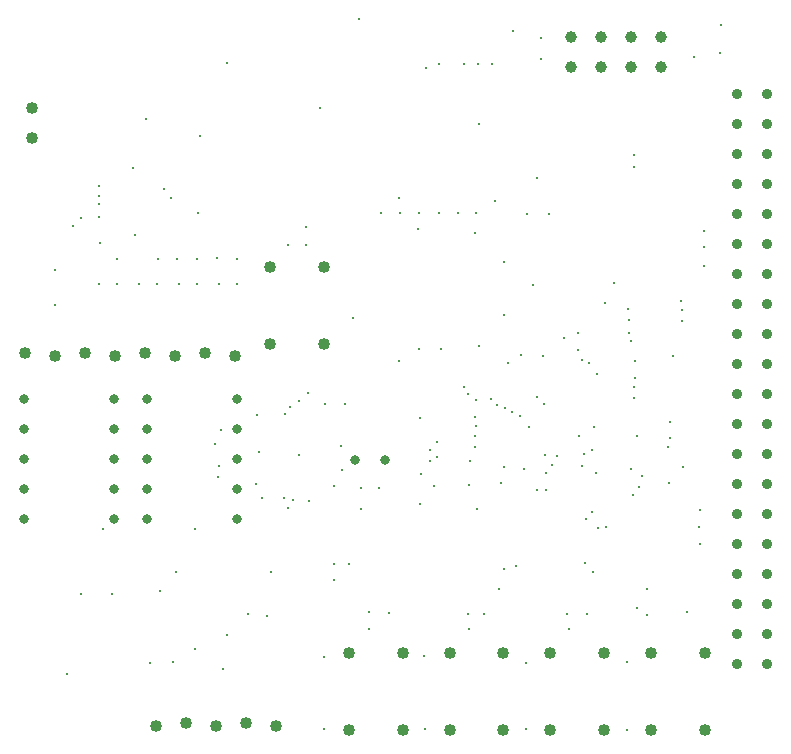
<source format=gbr>
%TF.GenerationSoftware,Novarm,DipTrace,3.2.0.1*%
%TF.CreationDate,2017-11-17T22:28:05-08:00*%
%FSLAX26Y26*%
%MOIN*%
%TF.FileFunction,Plated,1,4,PTH,Drill*%
%TF.Part,Single*%
%TA.AperFunction,ViaDrill*%
%ADD10C,0.008*%
%TA.AperFunction,ComponentDrill*%
%ADD52C,0.032008*%
%ADD53C,0.032*%
%ADD54C,0.04*%
%ADD55C,0.03937*%
%ADD56C,0.035433*%
G75*
G01*
D52*
X875251Y1572125D3*
D53*
Y1472125D3*
Y1372125D3*
Y1272125D3*
Y1172125D3*
X1175251D3*
Y1272125D3*
Y1372125D3*
Y1472125D3*
Y1572125D3*
D52*
X465875D3*
D53*
Y1472125D3*
Y1372125D3*
Y1272125D3*
Y1172125D3*
X765875D3*
Y1272125D3*
Y1372125D3*
Y1472125D3*
Y1572125D3*
D54*
X494000Y2444000D3*
Y2544000D3*
X469000Y1725249D3*
X569000Y1715249D3*
X669000Y1725249D3*
X769000Y1715249D3*
X869000Y1725249D3*
X969000Y1715249D3*
X1069000Y1725249D3*
X1169000Y1715249D3*
D53*
X1569000Y1369000D3*
X1669000D3*
D54*
X1287749Y1756500D3*
Y2012500D3*
X1465749Y1756500D3*
Y2012500D3*
X1550249Y469000D3*
Y725000D3*
X1728249Y469000D3*
Y725000D3*
X1885667Y469000D3*
Y725000D3*
X2063667Y469000D3*
Y725000D3*
X2221083Y469000D3*
Y725000D3*
X2399083Y469000D3*
Y725000D3*
X2556500Y469000D3*
Y725000D3*
X2734500Y469000D3*
Y725000D3*
D55*
X2590875Y2678375D3*
Y2778375D3*
X2490875Y2678375D3*
Y2778375D3*
X2390875Y2678375D3*
Y2778375D3*
X2290875Y2678375D3*
Y2778375D3*
D56*
X2844000Y687749D3*
Y787749D3*
Y887749D3*
Y987749D3*
Y1087749D3*
Y1187749D3*
Y1287749D3*
Y1387749D3*
Y1487749D3*
Y1587749D3*
Y1687749D3*
Y1787749D3*
Y1887749D3*
Y1987749D3*
Y2087749D3*
Y2187749D3*
Y2287749D3*
Y2387749D3*
Y2487749D3*
Y2587749D3*
X2944000Y687749D3*
Y787749D3*
Y887749D3*
Y987749D3*
Y1087749D3*
Y1187749D3*
Y1287749D3*
Y1387749D3*
Y1487749D3*
Y1587749D3*
Y1687749D3*
Y1787749D3*
Y1887749D3*
Y1987749D3*
Y2087749D3*
Y2187749D3*
Y2287749D3*
Y2387749D3*
Y2487749D3*
Y2587749D3*
D54*
X1306596Y481247D3*
X1206596Y491247D3*
X1106596Y481247D3*
X1006596Y491247D3*
X906596Y481247D3*
D10*
X1141539Y2694000D3*
X1581375Y2837756D3*
X1978209Y2687772D3*
X2096946Y2800260D3*
X1115799Y1956598D3*
X982861Y1956501D3*
X569000Y1884625D3*
X568982Y2003469D3*
X1469911Y1557411D3*
X1715736Y1700375D3*
X1984458Y1750370D3*
X2065699Y1853484D3*
X2050076Y937955D3*
X2475031Y470399D3*
X2140144Y470836D3*
X1465073D3*
X1802609D3*
X1036449Y737749D3*
X918945Y931706D3*
X1381919Y1385306D3*
X1590749Y1206677D3*
X2543774Y937955D3*
X1981333Y2487793D3*
X2175063Y2309686D3*
X2615642Y1291043D3*
X2265678Y1775367D3*
X1051764Y2448755D3*
X1044877Y2193123D3*
X1787604Y1222301D3*
X2715875Y1147125D3*
X2515875Y1278375D3*
X2162564Y1953375D3*
X2025079Y2687772D3*
X2731500Y2078375D3*
X2350045Y1694126D3*
X2497125Y1253375D3*
X2719000Y1087749D3*
X2731500Y2016034D3*
X2375042Y1656630D3*
X2477881Y1871630D3*
X1850097Y2687772D3*
X2431596Y1959529D3*
X628375Y2150251D3*
X715875Y2250251D3*
X656472Y2175841D3*
X715875Y2222125D3*
X1790875Y1322125D3*
X1590752Y1275374D3*
X850249Y1956501D3*
X715875Y2178375D3*
Y2281500D3*
X834625Y2119000D3*
X715875Y1956501D3*
X931500Y2272125D3*
X1562751Y1844000D3*
X1650251Y1275249D3*
X1831500Y1281500D3*
X2189963Y2777475D3*
X2788001Y2818992D3*
X2784945Y2725251D3*
X2700492Y2712731D3*
X1353274Y1547266D3*
X1337651Y1522269D3*
X1243911Y1519144D3*
X1122125Y1469000D3*
X1103375Y1422125D3*
X1950251Y1284625D3*
X1453375Y2544000D3*
X1275157Y850465D3*
X1128375Y672125D3*
X1522125Y1415875D3*
X1537751Y1556500D3*
X1412643Y1594136D3*
X1381396Y1566014D3*
X1406500Y2144173D3*
Y2084731D3*
X908583Y1956501D3*
X912751Y2037751D3*
X775251Y1956501D3*
Y2037749D3*
X1175249Y1956501D3*
Y2037749D3*
X1041916Y1956501D3*
Y2037751D3*
X1250249Y1397125D3*
X1115875Y1350249D3*
X1112751Y1312749D3*
X1240875Y1287751D3*
X1259625Y1240875D3*
X1331500D3*
X1362749Y1234626D3*
X1347125Y1209625D3*
X1415875Y1231500D3*
X1034625Y1137749D3*
X728375D3*
X2277071Y856500D3*
X2281500Y806500D3*
X1945822Y856500D3*
X1950251Y806500D3*
X1614571Y862749D3*
X1615875Y806500D3*
X1783311Y2194000D3*
X1778375Y2137749D3*
X2509403Y875462D3*
X2543774Y853589D3*
X2325047Y1350615D3*
X2503375Y1700249D3*
X2628375Y1715875D3*
X971455Y995181D3*
X1969000Y1412749D3*
Y1450249D3*
X2481500Y1834625D3*
X2656262Y1900354D3*
X1975249Y1206501D3*
X2134442Y1337913D3*
X2203185Y1384783D3*
X2106320Y1016072D3*
X2175063Y1269171D3*
X2206310D3*
Y1325415D3*
X2243806Y1381659D3*
X2121944Y1719123D3*
X1968835Y2125331D3*
X2315673Y1450402D3*
X2365668Y1478524D3*
X2056501Y1294000D3*
X2490875Y1765875D3*
X2659387Y1831612D3*
X2065875Y1347125D3*
X2481500Y1794000D3*
X2659387Y1869108D3*
X2503375Y1644000D3*
X2500029Y1612885D3*
Y1575388D3*
X2619000Y1497125D3*
X2509403Y1450402D3*
X2619000Y1444000D3*
X2612749Y1412749D3*
X2359419Y1403531D3*
X956500Y2240875D3*
X1781500Y1737751D3*
X2371917Y1325415D3*
X2490655Y1337913D3*
X2662512Y1344163D3*
X2197125Y1715875D3*
X2500249Y2384625D3*
X2718933Y1203375D3*
X2525249Y1315875D3*
X2731500Y2131500D3*
X2403375Y1894000D3*
X2325047Y1703500D3*
X1934463Y2687772D3*
X759625Y922125D3*
X962810Y697125D3*
X1212664Y856714D3*
X1500251Y1281499D3*
Y1022125D3*
Y969000D3*
X2362543Y994199D3*
X2034625Y2231500D3*
X1972125Y2194000D3*
X1850251D3*
X1912843D3*
X656500Y922125D3*
X887749Y694000D3*
X1144000Y784625D3*
X1290875Y997125D3*
X2337546Y1025446D3*
X1525251Y1335560D3*
X2022125Y1572125D3*
X1465875Y712749D3*
X2069000Y1544000D3*
X1800249Y715875D3*
X2119000Y1515875D3*
X2140875Y694000D3*
X2175063Y1578513D3*
X2340671Y1172306D3*
X2378167Y1141059D3*
X2475251Y694249D3*
X1972125Y1481500D3*
X1947125Y1587751D3*
X1931500Y1612749D3*
X1972125Y1569000D3*
X1969000Y1512749D3*
X830909Y2344000D3*
X1856512Y1737739D3*
X2187938Y2706480D3*
X2331297Y1387908D3*
X2500251Y2347125D3*
X2312549Y1790991D3*
X1844000Y1428375D3*
Y1378375D3*
X719000Y2094000D3*
X1109625Y2040875D3*
X975251Y2037751D3*
X872125Y2506500D3*
X1819000Y1403375D3*
X1787751Y1509625D3*
X1819000Y1365875D3*
X2142356Y2187749D3*
X2215692D3*
X2312549Y1734747D3*
X2065875Y2028097D3*
X609625Y656528D3*
X1550249Y1022125D3*
X2065699Y1006698D3*
X2044000Y1553375D3*
X1681500Y859625D3*
X2094000Y1528375D3*
X2000081Y856500D3*
X2343795Y856705D3*
X2148921Y1479668D3*
X2675249Y862749D3*
X2406289Y1147308D3*
X2359419Y1194178D3*
X2200060Y1556640D3*
X1953352Y1365899D3*
X1347125Y2084822D3*
X1718991Y2192178D3*
X1656500Y2194000D3*
X1715875Y2240875D3*
X1806500Y2675249D3*
X2225058Y1353537D3*
X2078198Y1694126D3*
M02*

</source>
